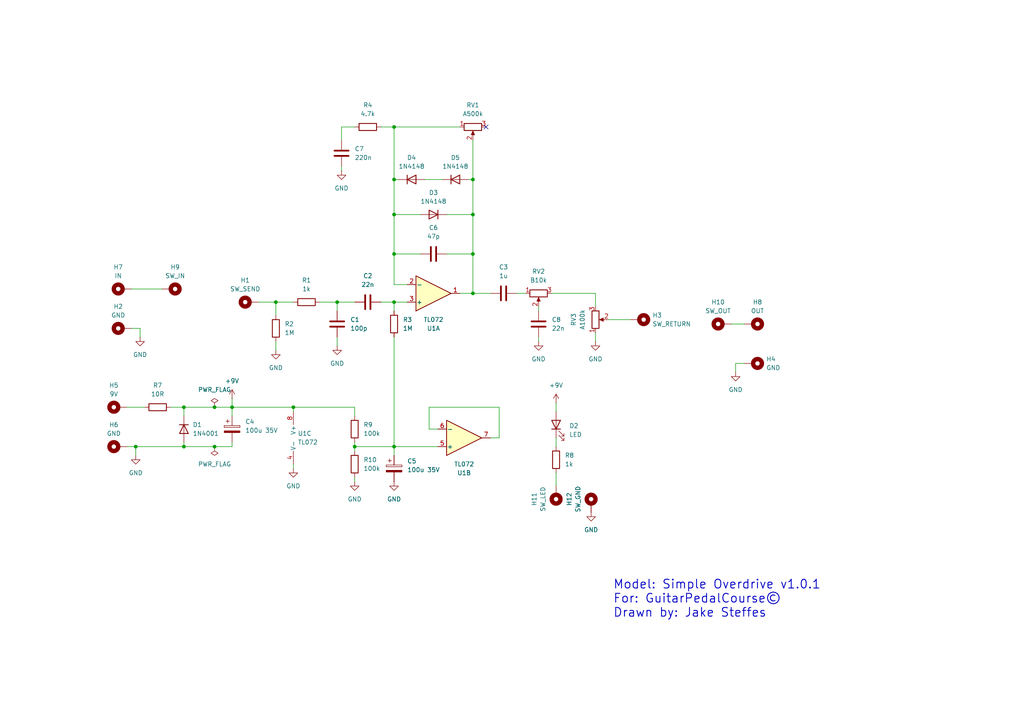
<source format=kicad_sch>
(kicad_sch (version 20250114) (generator "eeschema") (generator_version "9.0")
  (paper "A4")
  (lib_symbols
    (symbol "Amplifier_Operational:TL072" (pin_names (offset 0.127))
      (property "Reference" "U" (at 0 5.08 0))
      (property "Value" "TL072" (at 0 -5.08 0))
      (symbol "TL072_1_1"
        (polyline (pts (xy -5.08 5.08) (xy 5.08 0) (xy -5.08 -5.08) (xy -5.08 5.08)) (stroke (width 0.254)) (fill (type background)))
        (pin input line (at -7.62 2.54 0) (length 2.54) (name "+") (number "3"))
        (pin input line (at -7.62 -2.54 0) (length 2.54) (name "-") (number "2"))
        (pin output line (at 7.62 0 180) (length 2.54) (name "~") (number "1"))
      )
      (symbol "TL072_2_1"
        (polyline (pts (xy -5.08 5.08) (xy 5.08 0) (xy -5.08 -5.08) (xy -5.08 5.08)) (stroke (width 0.254)) (fill (type background)))
        (pin input line (at -7.62 2.54 0) (length 2.54) (name "+") (number "5"))
        (pin input line (at -7.62 -2.54 0) (length 2.54) (name "-") (number "6"))
        (pin output line (at 7.62 0 180) (length 2.54) (name "~") (number "7"))
      )
      (symbol "TL072_3_1"
        (pin power_in line (at -2.54 7.62 270) (length 3.81) (name "V+") (number "8"))
        (pin power_in line (at -2.54 -7.62 90) (length 3.81) (name "V-") (number "4"))
      )
    )
    (symbol "Device:C" (pin_numbers (hide yes)) (pin_names (offset 0.254))
      (property "Reference" "C" (at 0.635 2.54 0))
      (property "Value" "C" (at 0.635 -2.54 0))
      (symbol "C_0_1"
        (polyline (pts (xy -2.032 0.762) (xy 2.032 0.762)) (stroke (width 0.508)))
        (polyline (pts (xy -2.032 -0.762) (xy 2.032 -0.762)) (stroke (width 0.508)))
      )
      (symbol "C_1_1"
        (pin passive line (at 0 3.81 270) (length 2.794) (name "~") (number "1"))
        (pin passive line (at 0 -3.81 90) (length 2.794) (name "~") (number "2"))
      )
    )
    (symbol "Device:C_Polarized" (pin_numbers (hide yes)) (pin_names (offset 0.254))
      (property "Reference" "C" (at 0.635 2.54 0))
      (property "Value" "C_Polarized" (at 0.635 -2.54 0))
      (symbol "C_Polarized_0_1"
        (rectangle (start -2.286 0.508) (end 2.286 1.016))
        (polyline (pts (xy -1.778 2.286) (xy -0.762 2.286)))
        (polyline (pts (xy -1.27 2.794) (xy -1.27 1.778)))
        (rectangle (start 2.286 -0.508) (end -2.286 -1.016) (fill (type outline)))
      )
      (symbol "C_Polarized_1_1"
        (pin passive line (at 0 3.81 270) (length 2.794) (name "~") (number "1"))
        (pin passive line (at 0 -3.81 90) (length 2.794) (name "~") (number "2"))
      )
    )
    (symbol "Device:LED" (pin_numbers (hide yes)) (pin_names (offset 1.016) (hide yes))
      (property "Reference" "D" (at 0 2.54 0))
      (property "Value" "LED" (at 0 -2.54 0))
      (symbol "LED_0_1"
        (polyline (pts (xy -3.048 -0.762) (xy -4.572 -2.286) (xy -3.81 -2.286) (xy -4.572 -2.286) (xy -4.572 -1.524)))
        (polyline (pts (xy -1.778 -0.762) (xy -3.302 -2.286) (xy -2.54 -2.286) (xy -3.302 -2.286) (xy -3.302 -1.524)))
        (polyline (pts (xy -1.27 0) (xy 1.27 0)))
        (polyline (pts (xy -1.27 -1.27) (xy -1.27 1.27)) (stroke (width 0.254)))
        (polyline (pts (xy 1.27 -1.27) (xy 1.27 1.27) (xy -1.27 0) (xy 1.27 -1.27)) (stroke (width 0.254)))
      )
      (symbol "LED_1_1"
        (pin passive line (at -3.81 0 0) (length 2.54) (name "K") (number "1"))
        (pin passive line (at 3.81 0 180) (length 2.54) (name "A") (number "2"))
      )
    )
    (symbol "Device:R" (pin_numbers (hide yes)) (pin_names (offset 0))
      (property "Reference" "R" (at 2.032 0 90))
      (property "Value" "R" (at 0 0 90))
      (symbol "R_0_1"
        (rectangle (start -1.016 -2.54) (end 1.016 2.54) (stroke (width 0.254)))
      )
      (symbol "R_1_1"
        (pin passive line (at 0 3.81 270) (length 1.27) (name "~") (number "1"))
        (pin passive line (at 0 -3.81 90) (length 1.27) (name "~") (number "2"))
      )
    )
    (symbol "Device:R_Potentiometer" (pin_names (offset 1.016) (hide yes))
      (property "Reference" "RV" (at -4.445 0 90))
      (property "Value" "R_Potentiometer" (at -2.54 0 90))
      (symbol "R_Potentiometer_0_1"
        (rectangle (start 1.016 2.54) (end -1.016 -2.54) (stroke (width 0.254)))
        (polyline (pts (xy 1.143 0) (xy 2.286 0.508) (xy 2.286 -0.508) (xy 1.143 0)) (fill (type outline)))
        (polyline (pts (xy 2.54 0) (xy 1.524 0)))
      )
      (symbol "R_Potentiometer_1_1"
        (pin passive line (at 0 3.81 270) (length 1.27) (name "1") (number "1"))
        (pin passive line (at 0 -3.81 90) (length 1.27) (name "3") (number "3"))
        (pin passive line (at 3.81 0 180) (length 1.27) (name "2") (number "2"))
      )
    )
    (symbol "Diode:1N4001" (pin_numbers (hide yes)) (pin_names (hide yes))
      (property "Reference" "D" (at 0 2.54 0))
      (property "Value" "1N4001" (at 0 -2.54 0))
      (symbol "1N4001_0_1"
        (polyline (pts (xy -1.27 1.27) (xy -1.27 -1.27)) (stroke (width 0.254)))
        (polyline (pts (xy 1.27 1.27) (xy 1.27 -1.27) (xy -1.27 0) (xy 1.27 1.27)) (stroke (width 0.254)))
        (polyline (pts (xy 1.27 0) (xy -1.27 0)))
      )
      (symbol "1N4001_1_1"
        (pin passive line (at -3.81 0 0) (length 2.54) (name "K") (number "1"))
        (pin passive line (at 3.81 0 180) (length 2.54) (name "A") (number "2"))
      )
    )
    (symbol "Diode:1N4148" (pin_numbers (hide yes)) (pin_names (hide yes))
      (property "Reference" "D" (at 0 2.54 0))
      (property "Value" "1N4148" (at 0 -2.54 0))
      (symbol "1N4148_0_1"
        (polyline (pts (xy -1.27 1.27) (xy -1.27 -1.27)) (stroke (width 0.254)))
        (polyline (pts (xy 1.27 1.27) (xy 1.27 -1.27) (xy -1.27 0) (xy 1.27 1.27)) (stroke (width 0.254)))
        (polyline (pts (xy 1.27 0) (xy -1.27 0)))
      )
      (symbol "1N4148_1_1"
        (pin passive line (at -3.81 0 0) (length 2.54) (name "K") (number "1"))
        (pin passive line (at 3.81 0 180) (length 2.54) (name "A") (number "2"))
      )
    )
    (symbol "Wampler:Pad" (pin_numbers (hide yes)) (pin_names (offset 1.016) (hide yes)) (in_bom no)
      (property "Reference" "H" (at 0 6.35 0))
      (property "Value" "Pad" (at 0 4.445 0))
      (symbol "Pad_0_1"
        (circle (center 0 1.27) (radius 1.27) (stroke (width 1.27)))
      )
      (symbol "Pad_1_1"
        (pin passive line (at 0 -2.54 90) (length 2.54) (name "1") (number "1"))
      )
    )
    (symbol "power:+9V" (power) (pin_numbers (hide yes)) (pin_names (offset 0) (hide yes))
      (property "Value" "+9V" (at 0 3.556 0))
      (symbol "+9V_0_1"
        (polyline (pts (xy -0.762 1.27) (xy 0 2.54)))
        (polyline (pts (xy 0 2.54) (xy 0.762 1.27)))
        (polyline (pts (xy 0 0) (xy 0 2.54)))
      )
      (symbol "+9V_1_1"
        (pin power_in line (at 0 0 90) (length 0) (name "~") (number "1"))
      )
    )
    (symbol "power:GND" (power) (pin_numbers (hide yes)) (pin_names (offset 0) (hide yes))
      (property "Value" "GND" (at 0 -3.81 0))
      (symbol "GND_0_1"
        (polyline (pts (xy 0 0) (xy 0 -1.27) (xy 1.27 -1.27) (xy 0 -2.54) (xy -1.27 -1.27) (xy 0 -1.27)))
      )
      (symbol "GND_1_1"
        (pin power_in line (at 0 0 270) (length 0) (name "~") (number "1"))
      )
    )
    (symbol "power:PWR_FLAG" (power) (pin_numbers (hide yes)) (pin_names (offset 0) (hide yes))
      (property "Value" "PWR_FLAG" (at 0 3.81 0))
      (symbol "PWR_FLAG_0_0"
        (pin power_out line (at 0 0 90) (length 0) (name "~") (number "1"))
      )
      (symbol "PWR_FLAG_0_1"
        (polyline (pts (xy 0 0) (xy 0 1.27) (xy -1.016 1.905) (xy 0 2.54) (xy 1.016 1.905) (xy 0 1.27)))
      )
    )
  )
  (text "Model: Simple Overdrive v1.0.1\nFor: GuitarPedalCourse©\nDrawn by: Jake Steffes" (at 177.8 168.148 0) (effects (font (size 2.54 2.54) (thickness 0.254) (bold yes)) (justify left top)))
  (junction (at 137.16 73.66))
  (junction (at 114.3 36.83))
  (junction (at 137.16 52.07))
  (junction (at 114.3 73.66))
  (junction (at 137.16 62.23))
  (junction (at 80.01 87.63))
  (junction (at 114.3 62.23))
  (junction (at 62.23 129.54))
  (junction (at 137.16 85.09))
  (junction (at 67.31 118.11))
  (junction (at 97.79 87.63))
  (junction (at 53.34 129.54))
  (junction (at 53.34 118.11))
  (junction (at 39.37 129.54))
  (junction (at 114.3 129.54))
  (junction (at 85.09 118.11))
  (junction (at 114.3 52.07))
  (junction (at 62.23 118.11))
  (junction (at 114.3 87.63))
  (junction (at 102.87 129.54))
  (no_connect (at 140.97 36.83))
  (wire (pts (xy 53.34 128.27) (xy 53.34 129.54)))
  (wire (pts (xy 40.64 95.25) (xy 40.64 97.79)))
  (wire (pts (xy 124.46 124.46) (xy 124.46 118.11)))
  (wire (pts (xy 97.79 87.63) (xy 102.87 87.63)))
  (wire (pts (xy 137.16 52.07) (xy 137.16 62.23)))
  (wire (pts (xy 114.3 62.23) (xy 114.3 52.07)))
  (wire (pts (xy 62.23 118.11) (xy 67.31 118.11)))
  (wire (pts (xy 144.78 118.11) (xy 144.78 127)))
  (wire (pts (xy 137.16 62.23) (xy 137.16 73.66)))
  (wire (pts (xy 137.16 85.09) (xy 142.24 85.09)))
  (wire (pts (xy 114.3 87.63) (xy 118.11 87.63)))
  (wire (pts (xy 114.3 52.07) (xy 115.57 52.07)))
  (wire (pts (xy 121.92 73.66) (xy 114.3 73.66)))
  (wire (pts (xy 123.19 52.07) (xy 128.27 52.07)))
  (wire (pts (xy 53.34 118.11) (xy 62.23 118.11)))
  (wire (pts (xy 137.16 85.09) (xy 133.35 85.09)))
  (wire (pts (xy 114.3 129.54) (xy 127 129.54)))
  (wire (pts (xy 110.49 87.63) (xy 114.3 87.63)))
  (wire (pts (xy 67.31 115.57) (xy 67.31 118.11)))
  (wire (pts (xy 36.83 118.11) (xy 41.91 118.11)))
  (wire (pts (xy 85.09 118.11) (xy 67.31 118.11)))
  (wire (pts (xy 176.53 92.71) (xy 182.88 92.71)))
  (wire (pts (xy 53.34 129.54) (xy 62.23 129.54)))
  (wire (pts (xy 114.3 129.54) (xy 102.87 129.54)))
  (wire (pts (xy 74.93 87.63) (xy 80.01 87.63)))
  (wire (pts (xy 102.87 138.43) (xy 102.87 139.7)))
  (wire (pts (xy 92.71 87.63) (xy 97.79 87.63)))
  (wire (pts (xy 67.31 118.11) (xy 67.31 120.65)))
  (wire (pts (xy 80.01 87.63) (xy 80.01 91.44)))
  (wire (pts (xy 213.36 105.41) (xy 213.36 107.95)))
  (wire (pts (xy 161.29 116.84) (xy 161.29 119.38)))
  (wire (pts (xy 39.37 129.54) (xy 53.34 129.54)))
  (wire (pts (xy 38.1 83.82) (xy 46.99 83.82)))
  (wire (pts (xy 36.83 129.54) (xy 39.37 129.54)))
  (wire (pts (xy 212.09 93.98) (xy 215.9 93.98)))
  (wire (pts (xy 161.29 137.16) (xy 161.29 140.97)))
  (wire (pts (xy 80.01 87.63) (xy 85.09 87.63)))
  (wire (pts (xy 172.72 85.09) (xy 160.02 85.09)))
  (wire (pts (xy 114.3 73.66) (xy 114.3 82.55)))
  (wire (pts (xy 172.72 96.52) (xy 172.72 99.06)))
  (wire (pts (xy 102.87 120.65) (xy 102.87 118.11)))
  (wire (pts (xy 114.3 97.79) (xy 114.3 129.54)))
  (wire (pts (xy 172.72 88.9) (xy 172.72 85.09)))
  (wire (pts (xy 149.86 85.09) (xy 152.4 85.09)))
  (wire (pts (xy 114.3 73.66) (xy 114.3 62.23)))
  (wire (pts (xy 99.06 36.83) (xy 99.06 40.64)))
  (wire (pts (xy 99.06 48.26) (xy 99.06 49.53)))
  (wire (pts (xy 133.35 36.83) (xy 114.3 36.83)))
  (wire (pts (xy 135.89 52.07) (xy 137.16 52.07)))
  (wire (pts (xy 114.3 87.63) (xy 114.3 90.17)))
  (wire (pts (xy 85.09 118.11) (xy 85.09 119.38)))
  (wire (pts (xy 49.53 118.11) (xy 53.34 118.11)))
  (wire (pts (xy 62.23 129.54) (xy 67.31 129.54)))
  (wire (pts (xy 124.46 118.11) (xy 144.78 118.11)))
  (wire (pts (xy 114.3 62.23) (xy 121.92 62.23)))
  (wire (pts (xy 114.3 132.08) (xy 114.3 129.54)))
  (wire (pts (xy 67.31 129.54) (xy 67.31 128.27)))
  (wire (pts (xy 137.16 73.66) (xy 137.16 85.09)))
  (wire (pts (xy 102.87 118.11) (xy 85.09 118.11)))
  (wire (pts (xy 38.1 95.25) (xy 40.64 95.25)))
  (wire (pts (xy 80.01 99.06) (xy 80.01 101.6)))
  (wire (pts (xy 137.16 40.64) (xy 137.16 52.07)))
  (wire (pts (xy 110.49 36.83) (xy 114.3 36.83)))
  (wire (pts (xy 114.3 36.83) (xy 114.3 52.07)))
  (wire (pts (xy 114.3 82.55) (xy 118.11 82.55)))
  (wire (pts (xy 85.09 134.62) (xy 85.09 135.89)))
  (wire (pts (xy 97.79 87.63) (xy 97.79 90.17)))
  (wire (pts (xy 144.78 127) (xy 142.24 127)))
  (wire (pts (xy 102.87 36.83) (xy 99.06 36.83)))
  (wire (pts (xy 53.34 118.11) (xy 53.34 120.65)))
  (wire (pts (xy 102.87 128.27) (xy 102.87 129.54)))
  (wire (pts (xy 97.79 97.79) (xy 97.79 100.33)))
  (wire (pts (xy 156.21 88.9) (xy 156.21 90.17)))
  (wire (pts (xy 127 124.46) (xy 124.46 124.46)))
  (wire (pts (xy 129.54 73.66) (xy 137.16 73.66)))
  (wire (pts (xy 156.21 97.79) (xy 156.21 99.06)))
  (wire (pts (xy 129.54 62.23) (xy 137.16 62.23)))
  (wire (pts (xy 39.37 129.54) (xy 39.37 132.08)))
  (wire (pts (xy 161.29 127) (xy 161.29 129.54)))
  (wire (pts (xy 215.9 105.41) (xy 213.36 105.41)))
  (wire (pts (xy 102.87 129.54) (xy 102.87 130.81)))
  (symbol (lib_id "power:GND") (at 102.87 139.7 0) (unit 1)
    (property "Reference" "#PWR013" (effects (hide yes)))
    (property "Value" "GND" (at 102.87 144.78 0))
    (property "Description" "Power symbol creates a global label with name \"GND\" , ground" (effects (hide yes)))
  )
  (symbol (lib_id "Wampler:Pad") (at 35.56 83.82 90) (unit 1) (in_bom no)
    (property "Reference" "H7" (at 34.29 77.47 90))
    (property "Value" "IN" (at 34.29 80.01 90))
    (property "Footprint" "Wampler:PAD_4MM" (effects (hide yes)))
    (property "Description" "Mounting Hole with connection" (effects (hide yes)))
  )
  (symbol (lib_id "Wampler:Pad") (at 185.42 92.71 270) (mirror x) (unit 1) (in_bom no)
    (property "Reference" "H3" (at 189.23 91.4399 90) (effects (justify left)))
    (property "Value" "SW_RETURN" (at 189.23 93.9799 90) (effects (justify left)))
    (property "Footprint" "Wampler:PAD_4MM" (effects (hide yes)))
    (property "Description" "Mounting Hole with connection" (effects (hide yes)))
  )
  (symbol (lib_id "Device:R_Potentiometer") (at 137.16 36.83 90) (mirror x) (unit 1)
    (property "Reference" "RV1" (at 137.16 30.48 90))
    (property "Value" "A500k" (at 137.16 33.02 90))
    (property "Footprint" "Wampler:POT_9MM_RA" (effects (hide yes)))
    (property "Description" "Potentiometer" (effects (hide yes)))
  )
  (symbol (lib_id "Wampler:Pad") (at 35.56 95.25 90) (unit 1) (in_bom no)
    (property "Reference" "H2" (at 34.29 88.9 90))
    (property "Value" "GND" (at 34.29 91.44 90))
    (property "Footprint" "Wampler:PAD_4MM" (effects (hide yes)))
    (property "Description" "Mounting Hole with connection" (effects (hide yes)))
  )
  (symbol (lib_id "power:GND") (at 85.09 135.89 0) (unit 1)
    (property "Reference" "#PWR015" (effects (hide yes)))
    (property "Value" "GND" (at 85.09 140.97 0))
    (property "Description" "Power symbol creates a global label with name \"GND\" , ground" (effects (hide yes)))
  )
  (symbol (lib_id "power:GND") (at 171.45 148.59 0) (unit 1)
    (property "Reference" "#PWR012" (effects (hide yes)))
    (property "Value" "GND" (at 171.45 153.67 0))
    (property "Description" "Power symbol creates a global label with name \"GND\" , ground" (effects (hide yes)))
  )
  (symbol (lib_id "Device:C") (at 146.05 85.09 90) (unit 1)
    (property "Reference" "C3" (at 146.05 77.47 90))
    (property "Value" "1u" (at 146.05 80.01 90))
    (property "Footprint" "Capacitor_THT:C_Rect_L7.2mm_W5.5mm_P5.00mm_FKS2_FKP2_MKS2_MKP2" (effects (hide yes)))
    (property "Description" "Unpolarized capacitor" (effects (hide yes)))
  )
  (symbol (lib_id "power:GND") (at 40.64 97.79 0) (unit 1)
    (property "Reference" "#PWR07" (effects (hide yes)))
    (property "Value" "GND" (at 40.64 102.87 0))
    (property "Description" "Power symbol creates a global label with name \"GND\" , ground" (effects (hide yes)))
  )
  (symbol (lib_id "power:GND") (at 99.06 49.53 0) (unit 1)
    (property "Reference" "#PWR04" (effects (hide yes)))
    (property "Value" "GND" (at 99.06 54.61 0))
    (property "Description" "Power symbol creates a global label with name \"GND\" , ground" (effects (hide yes)))
  )
  (symbol (lib_id "Wampler:Pad") (at 34.29 129.54 90) (unit 1) (in_bom no)
    (property "Reference" "H6" (at 33.02 123.19 90))
    (property "Value" "GND" (at 33.02 125.73 90))
    (property "Footprint" "Wampler:PAD_4MM" (effects (hide yes)))
    (property "Description" "Mounting Hole with connection" (effects (hide yes)))
  )
  (symbol (lib_id "Device:C") (at 106.68 87.63 90) (unit 1)
    (property "Reference" "C2" (at 106.68 80.01 90))
    (property "Value" "22n" (at 106.68 82.55 90))
    (property "Footprint" "Capacitor_THT:C_Rect_L7.2mm_W2.5mm_P5.00mm_FKS2_FKP2_MKS2_MKP2" (effects (hide yes)))
    (property "Description" "Unpolarized capacitor" (effects (hide yes)))
  )
  (symbol (lib_id "power:GND") (at 97.79 100.33 0) (unit 1)
    (property "Reference" "#PWR02" (effects (hide yes)))
    (property "Value" "GND" (at 97.79 105.41 0))
    (property "Description" "Power symbol creates a global label with name \"GND\" , ground" (effects (hide yes)))
  )
  (symbol (lib_id "Diode:1N4148") (at 132.08 52.07 0) (unit 1)
    (property "Reference" "D5" (at 132.08 45.72 0))
    (property "Value" "1N4148" (at 132.08 48.26 0))
    (property "Footprint" "Diode_THT:D_DO-35_SOD27_P7.62mm_Horizontal" (effects (hide yes)))
    (property "Datasheet" "https://assets.nexperia.com/documents/data-sheet/1N4148_1N4448.pdf" (effects (hide yes)))
    (property "Description" "100V 0.15A standard switching diode, DO-35" (effects (hide yes)))
    (property "Sim.Device" "D" (effects (hide yes)))
    (property "Sim.Pins" "1=K 2=A" (effects (hide yes)))
  )
  (symbol (lib_id "Device:C") (at 97.79 93.98 0) (unit 1)
    (property "Reference" "C1" (at 101.6 92.7099 0) (effects (justify left)))
    (property "Value" "100p" (at 101.6 95.2499 0) (effects (justify left)))
    (property "Footprint" "Capacitor_THT:C_Rect_L7.0mm_W4.5mm_P5.00mm" (effects (hide yes)))
    (property "Description" "Unpolarized capacitor" (effects (hide yes)))
  )
  (symbol (lib_id "Amplifier_Operational:TL072") (at 125.73 85.09 0) (mirror x) (unit 1)
    (property "Reference" "U1" (at 125.73 95.25 0))
    (property "Value" "TL072" (at 125.73 92.71 0))
    (property "Footprint" "Package_DIP:DIP-8_W7.62mm" (effects (hide yes)))
    (property "Datasheet" "http://www.ti.com/lit/ds/symlink/tl071.pdf" (effects (hide yes)))
    (property "Description" "Dual Low-Noise JFET-Input Operational Amplifiers, DIP-8/SOIC-8" (effects (hide yes)))
  )
  (symbol (lib_id "Device:R") (at 80.01 95.25 0) (unit 1)
    (property "Reference" "R2" (at 82.55 93.9799 0) (effects (justify left)))
    (property "Value" "1M" (at 82.55 96.5199 0) (effects (justify left)))
    (property "Footprint" "Resistor_THT:R_Axial_DIN0207_L6.3mm_D2.5mm_P7.62mm_Horizontal" (effects (hide yes)))
    (property "Description" "Resistor" (effects (hide yes)))
  )
  (symbol (lib_id "power:GND") (at 114.3 139.7 0) (unit 1)
    (property "Reference" "#PWR014" (effects (hide yes)))
    (property "Value" "GND" (at 114.3 144.78 0))
    (property "Description" "Power symbol creates a global label with name \"GND\" , ground" (effects (hide yes)))
  )
  (symbol (lib_id "Device:R") (at 161.29 133.35 0) (unit 1)
    (property "Reference" "R8" (at 163.83 132.0799 0) (effects (justify left)))
    (property "Value" "1k" (at 163.83 134.6199 0) (effects (justify left)))
    (property "Footprint" "Resistor_THT:R_Axial_DIN0207_L6.3mm_D2.5mm_P7.62mm_Horizontal" (effects (hide yes)))
    (property "Description" "Resistor" (effects (hide yes)))
  )
  (symbol (lib_id "Wampler:Pad") (at 72.39 87.63 90) (unit 1) (in_bom no)
    (property "Reference" "H1" (at 71.12 81.28 90))
    (property "Value" "SW_SEND" (at 71.12 83.82 90))
    (property "Footprint" "Wampler:PAD_4MM" (effects (hide yes)))
    (property "Description" "Mounting Hole with connection" (effects (hide yes)))
  )
  (symbol (lib_id "power:GND") (at 213.36 107.95 0) (unit 1)
    (property "Reference" "#PWR08" (effects (hide yes)))
    (property "Value" "GND" (at 213.36 113.03 0))
    (property "Description" "Power symbol creates a global label with name \"GND\" , ground" (effects (hide yes)))
  )
  (symbol (lib_id "Wampler:Pad") (at 171.45 146.05 0) (mirror y) (unit 1) (in_bom no)
    (property "Reference" "H12" (at 165.1 144.78 90))
    (property "Value" "SW_GND" (at 167.64 144.78 90))
    (property "Footprint" "Wampler:PAD_4MM" (effects (hide yes)))
    (property "Description" "Mounting Hole with connection" (effects (hide yes)))
  )
  (symbol (lib_id "Wampler:Pad") (at 34.29 118.11 90) (unit 1) (in_bom no)
    (property "Reference" "H5" (at 33.02 111.76 90))
    (property "Value" "9V" (at 33.02 114.3 90))
    (property "Footprint" "Wampler:PAD_4MM" (effects (hide yes)))
    (property "Description" "Mounting Hole with connection" (effects (hide yes)))
  )
  (symbol (lib_id "Amplifier_Operational:TL072") (at 87.63 127 0) (unit 3)
    (property "Reference" "U1" (at 86.36 125.7299 0) (effects (justify left)))
    (property "Value" "TL072" (at 86.36 128.2699 0) (effects (justify left)))
    (property "Footprint" "Package_DIP:DIP-8_W7.62mm" (effects (hide yes)))
    (property "Datasheet" "http://www.ti.com/lit/ds/symlink/tl071.pdf" (effects (hide yes)))
    (property "Description" "Dual Low-Noise JFET-Input Operational Amplifiers, DIP-8/SOIC-8" (effects (hide yes)))
  )
  (symbol (lib_id "Diode:1N4001") (at 53.34 124.46 270) (unit 1)
    (property "Reference" "D1" (at 55.88 123.1899 90) (effects (justify left)))
    (property "Value" "1N4001" (at 55.88 125.7299 90) (effects (justify left)))
    (property "Footprint" "Diode_THT:D_DO-41_SOD81_P10.16mm_Horizontal" (effects (hide yes)))
    (property "Datasheet" "http://www.vishay.com/docs/88503/1n4001.pdf" (effects (hide yes)))
    (property "Description" "50V 1A General Purpose Rectifier Diode, DO-41" (effects (hide yes)))
    (property "Sim.Device" "D" (effects (hide yes)))
    (property "Sim.Pins" "1=K 2=A" (effects (hide yes)))
  )
  (symbol (lib_id "Device:R") (at 45.72 118.11 90) (unit 1)
    (property "Reference" "R7" (at 45.72 111.76 90))
    (property "Value" "10R" (at 45.72 114.3 90))
    (property "Footprint" "Resistor_THT:R_Axial_DIN0207_L6.3mm_D2.5mm_P7.62mm_Horizontal" (effects (hide yes)))
    (property "Description" "Resistor" (effects (hide yes)))
  )
  (symbol (lib_id "Device:R") (at 102.87 134.62 180) (unit 1)
    (property "Reference" "R10" (at 105.41 133.3499 0) (effects (justify right)))
    (property "Value" "100k" (at 105.41 135.8899 0) (effects (justify right)))
    (property "Footprint" "Resistor_THT:R_Axial_DIN0207_L6.3mm_D2.5mm_P7.62mm_Horizontal" (effects (hide yes)))
    (property "Description" "Resistor" (effects (hide yes)))
  )
  (symbol (lib_id "Device:C") (at 99.06 44.45 180) (unit 1)
    (property "Reference" "C7" (at 102.87 43.1799 0) (effects (justify right)))
    (property "Value" "220n" (at 102.87 45.7199 0) (effects (justify right)))
    (property "Footprint" "Capacitor_THT:C_Rect_L7.2mm_W2.5mm_P5.00mm_FKS2_FKP2_MKS2_MKP2" (effects (hide yes)))
    (property "Description" "Unpolarized capacitor" (effects (hide yes)))
  )
  (symbol (lib_id "Device:R") (at 114.3 93.98 0) (unit 1)
    (property "Reference" "R3" (at 116.84 92.7099 0) (effects (justify left)))
    (property "Value" "1M" (at 116.84 95.2499 0) (effects (justify left)))
    (property "Footprint" "Resistor_THT:R_Axial_DIN0207_L6.3mm_D2.5mm_P7.62mm_Horizontal" (effects (hide yes)))
    (property "Description" "Resistor" (effects (hide yes)))
  )
  (symbol (lib_id "Device:C") (at 156.21 93.98 180) (unit 1)
    (property "Reference" "C8" (at 160.02 92.7099 0) (effects (justify right)))
    (property "Value" "22n" (at 160.02 95.2499 0) (effects (justify right)))
    (property "Footprint" "Capacitor_THT:C_Rect_L7.2mm_W2.5mm_P5.00mm_FKS2_FKP2_MKS2_MKP2" (effects (hide yes)))
    (property "Description" "Unpolarized capacitor" (effects (hide yes)))
  )
  (symbol (lib_id "Wampler:Pad") (at 209.55 93.98 90) (unit 1) (in_bom no)
    (property "Reference" "H10" (at 208.28 87.63 90))
    (property "Value" "SW_OUT" (at 208.28 90.17 90))
    (property "Footprint" "Wampler:PAD_4MM" (effects (hide yes)))
    (property "Description" "Mounting Hole with connection" (effects (hide yes)))
  )
  (symbol (lib_id "power:PWR_FLAG") (at 62.23 129.54 0) (mirror x) (unit 1)
    (property "Reference" "#FLG02" (effects (hide yes)))
    (property "Value" "PWR_FLAG" (at 62.23 134.62 0))
    (property "Description" "Special symbol for telling ERC where power comes from" (effects (hide yes)))
  )
  (symbol (lib_id "Device:R") (at 88.9 87.63 90) (unit 1)
    (property "Reference" "R1" (at 88.9 81.28 90))
    (property "Value" "1k" (at 88.9 83.82 90))
    (property "Footprint" "Resistor_THT:R_Axial_DIN0207_L6.3mm_D2.5mm_P7.62mm_Horizontal" (effects (hide yes)))
    (property "Description" "Resistor" (effects (hide yes)))
  )
  (symbol (lib_id "power:GND") (at 39.37 132.08 0) (unit 1)
    (property "Reference" "#PWR09" (effects (hide yes)))
    (property "Value" "GND" (at 39.37 137.16 0))
    (property "Description" "Power symbol creates a global label with name \"GND\" , ground" (effects (hide yes)))
  )
  (symbol (lib_id "Diode:1N4148") (at 125.73 62.23 180) (unit 1)
    (property "Reference" "D3" (at 125.73 55.88 0))
    (property "Value" "1N4148" (at 125.73 58.42 0))
    (property "Footprint" "Diode_THT:D_DO-35_SOD27_P7.62mm_Horizontal" (effects (hide yes)))
    (property "Datasheet" "https://assets.nexperia.com/documents/data-sheet/1N4148_1N4448.pdf" (effects (hide yes)))
    (property "Description" "100V 0.15A standard switching diode, DO-35" (effects (hide yes)))
    (property "Sim.Device" "D" (effects (hide yes)))
    (property "Sim.Pins" "1=K 2=A" (effects (hide yes)))
  )
  (symbol (lib_id "Device:LED") (at 161.29 123.19 90) (unit 1)
    (property "Reference" "D2" (at 165.1 123.5074 90) (effects (justify right)))
    (property "Value" "LED" (at 165.1 126.0474 90) (effects (justify right)))
    (property "Footprint" "LED_THT:LED_D5.0mm" (effects (hide yes)))
    (property "Description" "Light emitting diode" (effects (hide yes)))
    (property "Sim.Pins" "1=K 2=A" (effects (hide yes)))
  )
  (symbol (lib_id "Device:C") (at 125.73 73.66 90) (unit 1)
    (property "Reference" "C6" (at 125.73 66.04 90))
    (property "Value" "47p" (at 125.73 68.58 90))
    (property "Footprint" "Capacitor_THT:C_Rect_L7.0mm_W2.5mm_P5.00mm" (effects (hide yes)))
    (property "Description" "Unpolarized capacitor" (effects (hide yes)))
  )
  (symbol (lib_id "Wampler:Pad") (at 49.53 83.82 270) (mirror x) (unit 1) (in_bom no)
    (property "Reference" "H9" (at 50.8 77.47 90))
    (property "Value" "SW_IN" (at 50.8 80.01 90))
    (property "Footprint" "Wampler:PAD_4MM" (effects (hide yes)))
    (property "Description" "Mounting Hole with connection" (effects (hide yes)))
  )
  (symbol (lib_id "Device:R") (at 106.68 36.83 90) (unit 1)
    (property "Reference" "R4" (at 106.68 30.48 90))
    (property "Value" "4.7k" (at 106.68 33.02 90))
    (property "Footprint" "Resistor_THT:R_Axial_DIN0207_L6.3mm_D2.5mm_P7.62mm_Horizontal" (effects (hide yes)))
    (property "Description" "Resistor" (effects (hide yes)))
  )
  (symbol (lib_id "power:GND") (at 80.01 101.6 0) (unit 1)
    (property "Reference" "#PWR03" (effects (hide yes)))
    (property "Value" "GND" (at 80.01 106.68 0))
    (property "Description" "Power symbol creates a global label with name \"GND\" , ground" (effects (hide yes)))
  )
  (symbol (lib_id "power:+9V") (at 67.31 115.57 0) (unit 1)
    (property "Reference" "#PWR010" (effects (hide yes)))
    (property "Value" "+9V" (at 67.31 110.49 0))
    (property "Description" "Power symbol creates a global label with name \"+9V\"" (effects (hide yes)))
  )
  (symbol (lib_id "Device:C_Polarized") (at 67.31 124.46 0) (unit 1)
    (property "Reference" "C4" (at 71.12 122.3009 0) (effects (justify left)))
    (property "Value" "100u 35V" (at 71.12 124.8409 0) (effects (justify left)))
    (property "Footprint" "Capacitor_THT:CP_Radial_D6.3mm_P2.50mm" (effects (hide yes)))
    (property "Description" "Polarized capacitor" (effects (hide yes)))
  )
  (symbol (lib_id "Diode:1N4148") (at 119.38 52.07 0) (unit 1)
    (property "Reference" "D4" (at 119.38 45.72 0))
    (property "Value" "1N4148" (at 119.38 48.26 0))
    (property "Footprint" "Diode_THT:D_DO-35_SOD27_P7.62mm_Horizontal" (effects (hide yes)))
    (property "Datasheet" "https://assets.nexperia.com/documents/data-sheet/1N4148_1N4448.pdf" (effects (hide yes)))
    (property "Description" "100V 0.15A standard switching diode, DO-35" (effects (hide yes)))
    (property "Sim.Device" "D" (effects (hide yes)))
    (property "Sim.Pins" "1=K 2=A" (effects (hide yes)))
  )
  (symbol (lib_id "power:GND") (at 156.21 99.06 0) (unit 1)
    (property "Reference" "#PWR05" (effects (hide yes)))
    (property "Value" "GND" (at 156.21 104.14 0))
    (property "Description" "Power symbol creates a global label with name \"GND\" , ground" (effects (hide yes)))
  )
  (symbol (lib_id "Wampler:Pad") (at 218.44 105.41 270) (mirror x) (unit 1) (in_bom no)
    (property "Reference" "H4" (at 222.25 104.1399 90) (effects (justify left)))
    (property "Value" "GND" (at 222.25 106.6799 90) (effects (justify left)))
    (property "Footprint" "Wampler:PAD_4MM" (effects (hide yes)))
    (property "Description" "Mounting Hole with connection" (effects (hide yes)))
  )
  (symbol (lib_id "Device:R_Potentiometer") (at 172.72 92.71 0) (mirror x) (unit 1)
    (property "Reference" "RV3" (at 166.37 92.71 90))
    (property "Value" "A100k" (at 168.91 92.71 90))
    (property "Footprint" "Wampler:POT_9MM_RA" (effects (hide yes)))
    (property "Description" "Potentiometer" (effects (hide yes)))
  )
  (symbol (lib_id "Wampler:Pad") (at 161.29 143.51 180) (unit 1) (in_bom no)
    (property "Reference" "H11" (at 154.94 144.78 90))
    (property "Value" "SW_LED" (at 157.48 144.78 90))
    (property "Footprint" "Wampler:PAD_4MM" (effects (hide yes)))
    (property "Description" "Mounting Hole with connection" (effects (hide yes)))
  )
  (symbol (lib_id "Device:R_Potentiometer") (at 156.21 85.09 90) (mirror x) (unit 1)
    (property "Reference" "RV2" (at 156.21 78.74 90))
    (property "Value" "B10k" (at 156.21 81.28 90))
    (property "Footprint" "Wampler:POT_9MM_RA" (effects (hide yes)))
    (property "Description" "Potentiometer" (effects (hide yes)))
  )
  (symbol (lib_id "Device:C_Polarized") (at 114.3 135.89 0) (unit 1)
    (property "Reference" "C5" (at 118.11 133.7309 0) (effects (justify left)))
    (property "Value" "100u 35V" (at 118.11 136.2709 0) (effects (justify left)))
    (property "Footprint" "Capacitor_THT:CP_Radial_D6.3mm_P2.50mm" (effects (hide yes)))
    (property "Description" "Polarized capacitor" (effects (hide yes)))
  )
  (symbol (lib_id "power:+9V") (at 161.29 116.84 0) (unit 1)
    (property "Reference" "#PWR011" (effects (hide yes)))
    (property "Value" "+9V" (at 161.29 111.76 0))
    (property "Description" "Power symbol creates a global label with name \"+9V\"" (effects (hide yes)))
  )
  (symbol (lib_id "Wampler:Pad") (at 218.44 93.98 270) (mirror x) (unit 1) (in_bom no)
    (property "Reference" "H8" (at 219.71 87.63 90))
    (property "Value" "OUT" (at 219.71 90.17 90))
    (property "Footprint" "Wampler:PAD_4MM" (effects (hide yes)))
    (property "Description" "Mounting Hole with connection" (effects (hide yes)))
  )
  (symbol (lib_id "Amplifier_Operational:TL072") (at 134.62 127 0) (mirror x) (unit 2)
    (property "Reference" "U1" (at 134.62 137.16 0))
    (property "Value" "TL072" (at 134.62 134.62 0))
    (property "Footprint" "Package_DIP:DIP-8_W7.62mm" (effects (hide yes)))
    (property "Datasheet" "http://www.ti.com/lit/ds/symlink/tl071.pdf" (effects (hide yes)))
    (property "Description" "Dual Low-Noise JFET-Input Operational Amplifiers, DIP-8/SOIC-8" (effects (hide yes)))
  )
  (symbol (lib_id "power:PWR_FLAG") (at 62.23 118.11 0) (unit 1)
    (property "Reference" "#FLG01" (effects (hide yes)))
    (property "Value" "PWR_FLAG" (at 62.23 113.03 0))
    (property "Description" "Special symbol for telling ERC where power comes from" (effects (hide yes)))
  )
  (symbol (lib_id "power:GND") (at 172.72 99.06 0) (unit 1)
    (property "Reference" "#PWR016" (effects (hide yes)))
    (property "Value" "GND" (at 172.72 104.14 0))
    (property "Description" "Power symbol creates a global label with name \"GND\" , ground" (effects (hide yes)))
  )
  (symbol (lib_id "Device:R") (at 102.87 124.46 180) (unit 1)
    (property "Reference" "R9" (at 105.41 123.1899 0) (effects (justify right)))
    (property "Value" "100k" (at 105.41 125.7299 0) (effects (justify right)))
    (property "Footprint" "Resistor_THT:R_Axial_DIN0207_L6.3mm_D2.5mm_P7.62mm_Horizontal" (effects (hide yes)))
    (property "Description" "Resistor" (effects (hide yes)))
  )
)
</source>
